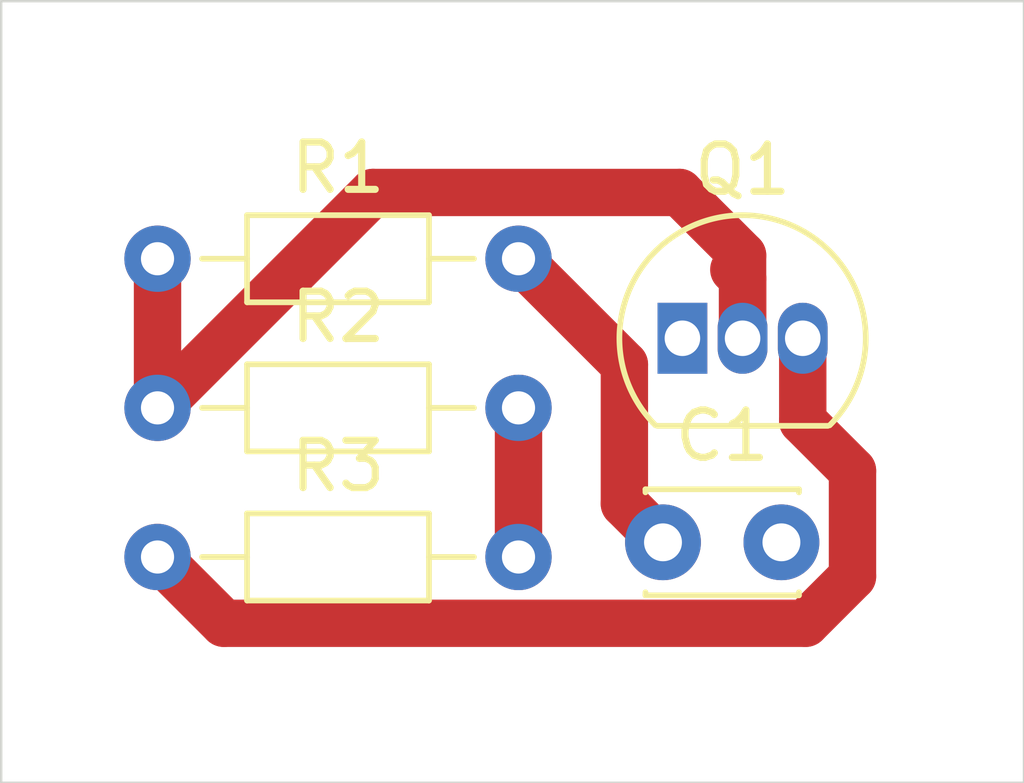
<source format=kicad_pcb>
(kicad_pcb (version 20171130) (host pcbnew "(5.1.2)-2")

  (general
    (thickness 1.6)
    (drawings 4)
    (tracks 19)
    (zones 0)
    (modules 5)
    (nets 7)
  )

  (page A4)
  (layers
    (0 F.Cu signal)
    (31 B.Cu signal)
    (32 B.Adhes user)
    (33 F.Adhes user)
    (34 B.Paste user)
    (35 F.Paste user)
    (36 B.SilkS user)
    (37 F.SilkS user)
    (38 B.Mask user)
    (39 F.Mask user)
    (40 Dwgs.User user)
    (41 Cmts.User user)
    (42 Eco1.User user)
    (43 Eco2.User user)
    (44 Edge.Cuts user)
    (45 Margin user)
    (46 B.CrtYd user)
    (47 F.CrtYd user)
    (48 B.Fab user)
    (49 F.Fab user)
  )

  (setup
    (last_trace_width 1)
    (user_trace_width 1)
    (trace_clearance 0.2)
    (zone_clearance 0.508)
    (zone_45_only no)
    (trace_min 0.2)
    (via_size 0.8)
    (via_drill 0.4)
    (via_min_size 0.4)
    (via_min_drill 0.3)
    (uvia_size 0.3)
    (uvia_drill 0.1)
    (uvias_allowed no)
    (uvia_min_size 0.2)
    (uvia_min_drill 0.1)
    (edge_width 0.05)
    (segment_width 0.2)
    (pcb_text_width 0.3)
    (pcb_text_size 1.5 1.5)
    (mod_edge_width 0.12)
    (mod_text_size 1 1)
    (mod_text_width 0.15)
    (pad_size 1.524 1.524)
    (pad_drill 0.762)
    (pad_to_mask_clearance 0.051)
    (solder_mask_min_width 0.25)
    (aux_axis_origin 0 0)
    (visible_elements FFFFFF7F)
    (pcbplotparams
      (layerselection 0x010fc_ffffffff)
      (usegerberextensions false)
      (usegerberattributes false)
      (usegerberadvancedattributes false)
      (creategerberjobfile false)
      (excludeedgelayer true)
      (linewidth 0.100000)
      (plotframeref false)
      (viasonmask false)
      (mode 1)
      (useauxorigin false)
      (hpglpennumber 1)
      (hpglpenspeed 20)
      (hpglpendiameter 15.000000)
      (psnegative false)
      (psa4output false)
      (plotreference true)
      (plotvalue true)
      (plotinvisibletext false)
      (padsonsilk false)
      (subtractmaskfromsilk false)
      (outputformat 1)
      (mirror false)
      (drillshape 1)
      (scaleselection 1)
      (outputdirectory ""))
  )

  (net 0 "")
  (net 1 "Net-(C1-Pad2)")
  (net 2 "Net-(C1-Pad1)")
  (net 3 VCC)
  (net 4 "Net-(Q1-Pad3)")
  (net 5 "Net-(Q1-Pad2)")
  (net 6 GND)

  (net_class Default "Esta é a classe de rede padrão."
    (clearance 0.2)
    (trace_width 0.25)
    (via_dia 0.8)
    (via_drill 0.4)
    (uvia_dia 0.3)
    (uvia_drill 0.1)
    (add_net GND)
    (add_net "Net-(C1-Pad1)")
    (add_net "Net-(C1-Pad2)")
    (add_net "Net-(Q1-Pad2)")
    (add_net "Net-(Q1-Pad3)")
    (add_net VCC)
  )

  (module Package_TO_SOT_THT:TO-92_Inline (layer F.Cu) (tedit 5A1DD157) (tstamp 5D4E5C58)
    (at 150.27 63)
    (descr "TO-92 leads in-line, narrow, oval pads, drill 0.75mm (see NXP sot054_po.pdf)")
    (tags "to-92 sc-43 sc-43a sot54 PA33 transistor")
    (path /5D4E6C54)
    (fp_text reference Q1 (at 1.27 -3.56) (layer F.SilkS)
      (effects (font (size 1 1) (thickness 0.15)))
    )
    (fp_text value BC548 (at 1.27 2.79) (layer F.Fab)
      (effects (font (size 1 1) (thickness 0.15)))
    )
    (fp_arc (start 1.27 0) (end 1.27 -2.6) (angle 135) (layer F.SilkS) (width 0.12))
    (fp_arc (start 1.27 0) (end 1.27 -2.48) (angle -135) (layer F.Fab) (width 0.1))
    (fp_arc (start 1.27 0) (end 1.27 -2.6) (angle -135) (layer F.SilkS) (width 0.12))
    (fp_arc (start 1.27 0) (end 1.27 -2.48) (angle 135) (layer F.Fab) (width 0.1))
    (fp_line (start 4 2.01) (end -1.46 2.01) (layer F.CrtYd) (width 0.05))
    (fp_line (start 4 2.01) (end 4 -2.73) (layer F.CrtYd) (width 0.05))
    (fp_line (start -1.46 -2.73) (end -1.46 2.01) (layer F.CrtYd) (width 0.05))
    (fp_line (start -1.46 -2.73) (end 4 -2.73) (layer F.CrtYd) (width 0.05))
    (fp_line (start -0.5 1.75) (end 3 1.75) (layer F.Fab) (width 0.1))
    (fp_line (start -0.53 1.85) (end 3.07 1.85) (layer F.SilkS) (width 0.12))
    (fp_text user %R (at 1.27 -3.56) (layer F.Fab)
      (effects (font (size 1 1) (thickness 0.15)))
    )
    (pad 1 thru_hole rect (at 0 0) (size 1.05 1.5) (drill 0.75) (layers *.Cu *.Mask)
      (net 3 VCC))
    (pad 3 thru_hole oval (at 2.54 0) (size 1.05 1.5) (drill 0.75) (layers *.Cu *.Mask)
      (net 4 "Net-(Q1-Pad3)"))
    (pad 2 thru_hole oval (at 1.27 0) (size 1.05 1.5) (drill 0.75) (layers *.Cu *.Mask)
      (net 5 "Net-(Q1-Pad2)"))
    (model ${KISYS3DMOD}/Package_TO_SOT_THT.3dshapes/TO-92_Inline.wrl
      (at (xyz 0 0 0))
      (scale (xyz 1 1 1))
      (rotate (xyz 0 0 0))
    )
  )

  (module Resistor_THT:R_Axial_DIN0204_L3.6mm_D1.6mm_P7.62mm_Horizontal (layer F.Cu) (tedit 5AE5139B) (tstamp 5D4E5C6F)
    (at 139.19 61.32)
    (descr "Resistor, Axial_DIN0204 series, Axial, Horizontal, pin pitch=7.62mm, 0.167W, length*diameter=3.6*1.6mm^2, http://cdn-reichelt.de/documents/datenblatt/B400/1_4W%23YAG.pdf")
    (tags "Resistor Axial_DIN0204 series Axial Horizontal pin pitch 7.62mm 0.167W length 3.6mm diameter 1.6mm")
    (path /5D4E527F)
    (fp_text reference R1 (at 3.81 -1.92) (layer F.SilkS)
      (effects (font (size 1 1) (thickness 0.15)))
    )
    (fp_text value 1k (at 3.81 1.92) (layer F.Fab)
      (effects (font (size 1 1) (thickness 0.15)))
    )
    (fp_text user %R (at 3.81 0) (layer F.Fab)
      (effects (font (size 0.72 0.72) (thickness 0.108)))
    )
    (fp_line (start 8.57 -1.05) (end -0.95 -1.05) (layer F.CrtYd) (width 0.05))
    (fp_line (start 8.57 1.05) (end 8.57 -1.05) (layer F.CrtYd) (width 0.05))
    (fp_line (start -0.95 1.05) (end 8.57 1.05) (layer F.CrtYd) (width 0.05))
    (fp_line (start -0.95 -1.05) (end -0.95 1.05) (layer F.CrtYd) (width 0.05))
    (fp_line (start 6.68 0) (end 5.73 0) (layer F.SilkS) (width 0.12))
    (fp_line (start 0.94 0) (end 1.89 0) (layer F.SilkS) (width 0.12))
    (fp_line (start 5.73 -0.92) (end 1.89 -0.92) (layer F.SilkS) (width 0.12))
    (fp_line (start 5.73 0.92) (end 5.73 -0.92) (layer F.SilkS) (width 0.12))
    (fp_line (start 1.89 0.92) (end 5.73 0.92) (layer F.SilkS) (width 0.12))
    (fp_line (start 1.89 -0.92) (end 1.89 0.92) (layer F.SilkS) (width 0.12))
    (fp_line (start 7.62 0) (end 5.61 0) (layer F.Fab) (width 0.1))
    (fp_line (start 0 0) (end 2.01 0) (layer F.Fab) (width 0.1))
    (fp_line (start 5.61 -0.8) (end 2.01 -0.8) (layer F.Fab) (width 0.1))
    (fp_line (start 5.61 0.8) (end 5.61 -0.8) (layer F.Fab) (width 0.1))
    (fp_line (start 2.01 0.8) (end 5.61 0.8) (layer F.Fab) (width 0.1))
    (fp_line (start 2.01 -0.8) (end 2.01 0.8) (layer F.Fab) (width 0.1))
    (pad 2 thru_hole oval (at 7.62 0) (size 1.4 1.4) (drill 0.7) (layers *.Cu *.Mask)
      (net 2 "Net-(C1-Pad1)"))
    (pad 1 thru_hole circle (at 0 0) (size 1.4 1.4) (drill 0.7) (layers *.Cu *.Mask)
      (net 5 "Net-(Q1-Pad2)"))
    (model ${KISYS3DMOD}/Resistor_THT.3dshapes/R_Axial_DIN0204_L3.6mm_D1.6mm_P7.62mm_Horizontal.wrl
      (at (xyz 0 0 0))
      (scale (xyz 1 1 1))
      (rotate (xyz 0 0 0))
    )
  )

  (module Resistor_THT:R_Axial_DIN0204_L3.6mm_D1.6mm_P7.62mm_Horizontal (layer F.Cu) (tedit 5AE5139B) (tstamp 5D4E5C9D)
    (at 139.19 67.62)
    (descr "Resistor, Axial_DIN0204 series, Axial, Horizontal, pin pitch=7.62mm, 0.167W, length*diameter=3.6*1.6mm^2, http://cdn-reichelt.de/documents/datenblatt/B400/1_4W%23YAG.pdf")
    (tags "Resistor Axial_DIN0204 series Axial Horizontal pin pitch 7.62mm 0.167W length 3.6mm diameter 1.6mm")
    (path /5D4E5B79)
    (fp_text reference R3 (at 3.81 -1.92) (layer F.SilkS)
      (effects (font (size 1 1) (thickness 0.15)))
    )
    (fp_text value 10k (at 3.81 1.92) (layer F.Fab)
      (effects (font (size 1 1) (thickness 0.15)))
    )
    (fp_text user %R (at 3.81 0) (layer F.Fab)
      (effects (font (size 0.72 0.72) (thickness 0.108)))
    )
    (fp_line (start 8.57 -1.05) (end -0.95 -1.05) (layer F.CrtYd) (width 0.05))
    (fp_line (start 8.57 1.05) (end 8.57 -1.05) (layer F.CrtYd) (width 0.05))
    (fp_line (start -0.95 1.05) (end 8.57 1.05) (layer F.CrtYd) (width 0.05))
    (fp_line (start -0.95 -1.05) (end -0.95 1.05) (layer F.CrtYd) (width 0.05))
    (fp_line (start 6.68 0) (end 5.73 0) (layer F.SilkS) (width 0.12))
    (fp_line (start 0.94 0) (end 1.89 0) (layer F.SilkS) (width 0.12))
    (fp_line (start 5.73 -0.92) (end 1.89 -0.92) (layer F.SilkS) (width 0.12))
    (fp_line (start 5.73 0.92) (end 5.73 -0.92) (layer F.SilkS) (width 0.12))
    (fp_line (start 1.89 0.92) (end 5.73 0.92) (layer F.SilkS) (width 0.12))
    (fp_line (start 1.89 -0.92) (end 1.89 0.92) (layer F.SilkS) (width 0.12))
    (fp_line (start 7.62 0) (end 5.61 0) (layer F.Fab) (width 0.1))
    (fp_line (start 0 0) (end 2.01 0) (layer F.Fab) (width 0.1))
    (fp_line (start 5.61 -0.8) (end 2.01 -0.8) (layer F.Fab) (width 0.1))
    (fp_line (start 5.61 0.8) (end 5.61 -0.8) (layer F.Fab) (width 0.1))
    (fp_line (start 2.01 0.8) (end 5.61 0.8) (layer F.Fab) (width 0.1))
    (fp_line (start 2.01 -0.8) (end 2.01 0.8) (layer F.Fab) (width 0.1))
    (pad 2 thru_hole oval (at 7.62 0) (size 1.4 1.4) (drill 0.7) (layers *.Cu *.Mask)
      (net 6 GND))
    (pad 1 thru_hole circle (at 0 0) (size 1.4 1.4) (drill 0.7) (layers *.Cu *.Mask)
      (net 4 "Net-(Q1-Pad3)"))
    (model ${KISYS3DMOD}/Resistor_THT.3dshapes/R_Axial_DIN0204_L3.6mm_D1.6mm_P7.62mm_Horizontal.wrl
      (at (xyz 0 0 0))
      (scale (xyz 1 1 1))
      (rotate (xyz 0 0 0))
    )
  )

  (module Resistor_THT:R_Axial_DIN0204_L3.6mm_D1.6mm_P7.62mm_Horizontal (layer F.Cu) (tedit 5AE5139B) (tstamp 5D4E5C86)
    (at 139.19 64.47)
    (descr "Resistor, Axial_DIN0204 series, Axial, Horizontal, pin pitch=7.62mm, 0.167W, length*diameter=3.6*1.6mm^2, http://cdn-reichelt.de/documents/datenblatt/B400/1_4W%23YAG.pdf")
    (tags "Resistor Axial_DIN0204 series Axial Horizontal pin pitch 7.62mm 0.167W length 3.6mm diameter 1.6mm")
    (path /5D4E5811)
    (fp_text reference R2 (at 3.81 -1.92) (layer F.SilkS)
      (effects (font (size 1 1) (thickness 0.15)))
    )
    (fp_text value 510k (at 3.81 1.92) (layer F.Fab)
      (effects (font (size 1 1) (thickness 0.15)))
    )
    (fp_text user %R (at 3.81 0) (layer F.Fab)
      (effects (font (size 0.72 0.72) (thickness 0.108)))
    )
    (fp_line (start 8.57 -1.05) (end -0.95 -1.05) (layer F.CrtYd) (width 0.05))
    (fp_line (start 8.57 1.05) (end 8.57 -1.05) (layer F.CrtYd) (width 0.05))
    (fp_line (start -0.95 1.05) (end 8.57 1.05) (layer F.CrtYd) (width 0.05))
    (fp_line (start -0.95 -1.05) (end -0.95 1.05) (layer F.CrtYd) (width 0.05))
    (fp_line (start 6.68 0) (end 5.73 0) (layer F.SilkS) (width 0.12))
    (fp_line (start 0.94 0) (end 1.89 0) (layer F.SilkS) (width 0.12))
    (fp_line (start 5.73 -0.92) (end 1.89 -0.92) (layer F.SilkS) (width 0.12))
    (fp_line (start 5.73 0.92) (end 5.73 -0.92) (layer F.SilkS) (width 0.12))
    (fp_line (start 1.89 0.92) (end 5.73 0.92) (layer F.SilkS) (width 0.12))
    (fp_line (start 1.89 -0.92) (end 1.89 0.92) (layer F.SilkS) (width 0.12))
    (fp_line (start 7.62 0) (end 5.61 0) (layer F.Fab) (width 0.1))
    (fp_line (start 0 0) (end 2.01 0) (layer F.Fab) (width 0.1))
    (fp_line (start 5.61 -0.8) (end 2.01 -0.8) (layer F.Fab) (width 0.1))
    (fp_line (start 5.61 0.8) (end 5.61 -0.8) (layer F.Fab) (width 0.1))
    (fp_line (start 2.01 0.8) (end 5.61 0.8) (layer F.Fab) (width 0.1))
    (fp_line (start 2.01 -0.8) (end 2.01 0.8) (layer F.Fab) (width 0.1))
    (pad 2 thru_hole oval (at 7.62 0) (size 1.4 1.4) (drill 0.7) (layers *.Cu *.Mask)
      (net 6 GND))
    (pad 1 thru_hole circle (at 0 0) (size 1.4 1.4) (drill 0.7) (layers *.Cu *.Mask)
      (net 5 "Net-(Q1-Pad2)"))
    (model ${KISYS3DMOD}/Resistor_THT.3dshapes/R_Axial_DIN0204_L3.6mm_D1.6mm_P7.62mm_Horizontal.wrl
      (at (xyz 0 0 0))
      (scale (xyz 1 1 1))
      (rotate (xyz 0 0 0))
    )
  )

  (module Capacitor_THT:C_Disc_D3.0mm_W2.0mm_P2.50mm (layer F.Cu) (tedit 5AE50EF0) (tstamp 5D4E5C46)
    (at 149.86 67.31)
    (descr "C, Disc series, Radial, pin pitch=2.50mm, , diameter*width=3*2mm^2, Capacitor")
    (tags "C Disc series Radial pin pitch 2.50mm  diameter 3mm width 2mm Capacitor")
    (path /5D4E6120)
    (fp_text reference C1 (at 1.25 -2.25) (layer F.SilkS)
      (effects (font (size 1 1) (thickness 0.15)))
    )
    (fp_text value 20nF (at 1.25 2.25) (layer F.Fab)
      (effects (font (size 1 1) (thickness 0.15)))
    )
    (fp_text user %R (at 1.25 0) (layer F.Fab)
      (effects (font (size 0.6 0.6) (thickness 0.09)))
    )
    (fp_line (start 3.55 -1.25) (end -1.05 -1.25) (layer F.CrtYd) (width 0.05))
    (fp_line (start 3.55 1.25) (end 3.55 -1.25) (layer F.CrtYd) (width 0.05))
    (fp_line (start -1.05 1.25) (end 3.55 1.25) (layer F.CrtYd) (width 0.05))
    (fp_line (start -1.05 -1.25) (end -1.05 1.25) (layer F.CrtYd) (width 0.05))
    (fp_line (start 2.87 1.055) (end 2.87 1.12) (layer F.SilkS) (width 0.12))
    (fp_line (start 2.87 -1.12) (end 2.87 -1.055) (layer F.SilkS) (width 0.12))
    (fp_line (start -0.37 1.055) (end -0.37 1.12) (layer F.SilkS) (width 0.12))
    (fp_line (start -0.37 -1.12) (end -0.37 -1.055) (layer F.SilkS) (width 0.12))
    (fp_line (start -0.37 1.12) (end 2.87 1.12) (layer F.SilkS) (width 0.12))
    (fp_line (start -0.37 -1.12) (end 2.87 -1.12) (layer F.SilkS) (width 0.12))
    (fp_line (start 2.75 -1) (end -0.25 -1) (layer F.Fab) (width 0.1))
    (fp_line (start 2.75 1) (end 2.75 -1) (layer F.Fab) (width 0.1))
    (fp_line (start -0.25 1) (end 2.75 1) (layer F.Fab) (width 0.1))
    (fp_line (start -0.25 -1) (end -0.25 1) (layer F.Fab) (width 0.1))
    (pad 2 thru_hole circle (at 2.5 0) (size 1.6 1.6) (drill 0.8) (layers *.Cu *.Mask)
      (net 1 "Net-(C1-Pad2)"))
    (pad 1 thru_hole circle (at 0 0) (size 1.6 1.6) (drill 0.8) (layers *.Cu *.Mask)
      (net 2 "Net-(C1-Pad1)"))
    (model ${KISYS3DMOD}/Capacitor_THT.3dshapes/C_Disc_D3.0mm_W2.0mm_P2.50mm.wrl
      (at (xyz 0 0 0))
      (scale (xyz 1 1 1))
      (rotate (xyz 0 0 0))
    )
  )

  (gr_line (start 135.89 72.39) (end 135.89 55.88) (layer Edge.Cuts) (width 0.05) (tstamp 5D4E5D05))
  (gr_line (start 157.48 72.39) (end 135.89 72.39) (layer Edge.Cuts) (width 0.05))
  (gr_line (start 157.48 55.88) (end 157.48 72.39) (layer Edge.Cuts) (width 0.05))
  (gr_line (start 135.89 55.88) (end 157.48 55.88) (layer Edge.Cuts) (width 0.05))

  (segment (start 149.060001 66.510001) (end 149.86 67.31) (width 1) (layer F.Cu) (net 2))
  (segment (start 149.044999 66.494999) (end 149.060001 66.510001) (width 1) (layer F.Cu) (net 2))
  (segment (start 149.044999 63.554999) (end 149.044999 66.494999) (width 1) (layer F.Cu) (net 2))
  (segment (start 146.81 61.32) (end 149.044999 63.554999) (width 1) (layer F.Cu) (net 2))
  (segment (start 150.27 63) (end 150.27 63.09) (width 1) (layer F.Cu) (net 3))
  (segment (start 152.81 64.75) (end 152.81 63) (width 1) (layer F.Cu) (net 4))
  (segment (start 153.860001 65.800001) (end 152.81 64.75) (width 1) (layer F.Cu) (net 4))
  (segment (start 153.860001 68.030001) (end 153.860001 65.800001) (width 1) (layer F.Cu) (net 4))
  (segment (start 152.870001 69.020001) (end 153.860001 68.030001) (width 1) (layer F.Cu) (net 4))
  (segment (start 140.590001 69.020001) (end 152.870001 69.020001) (width 1) (layer F.Cu) (net 4))
  (segment (start 139.19 67.62) (end 140.590001 69.020001) (width 1) (layer F.Cu) (net 4))
  (segment (start 139.19 61.32) (end 139.19 64.47) (width 1) (layer F.Cu) (net 5))
  (segment (start 151.54 61.734998) (end 151.54 63) (width 1) (layer F.Cu) (net 5))
  (segment (start 151.355001 61.549999) (end 151.54 61.734998) (width 1) (layer F.Cu) (net 5))
  (segment (start 151.54 61.25) (end 151.54 63) (width 1) (layer F.Cu) (net 5))
  (segment (start 150.209999 59.919999) (end 151.54 61.25) (width 1) (layer F.Cu) (net 5))
  (segment (start 139.19 64.47) (end 143.740001 59.919999) (width 1) (layer F.Cu) (net 5))
  (segment (start 143.740001 59.919999) (end 150.209999 59.919999) (width 1) (layer F.Cu) (net 5))
  (segment (start 146.81 67.62) (end 146.81 64.47) (width 1) (layer F.Cu) (net 6))

)

</source>
